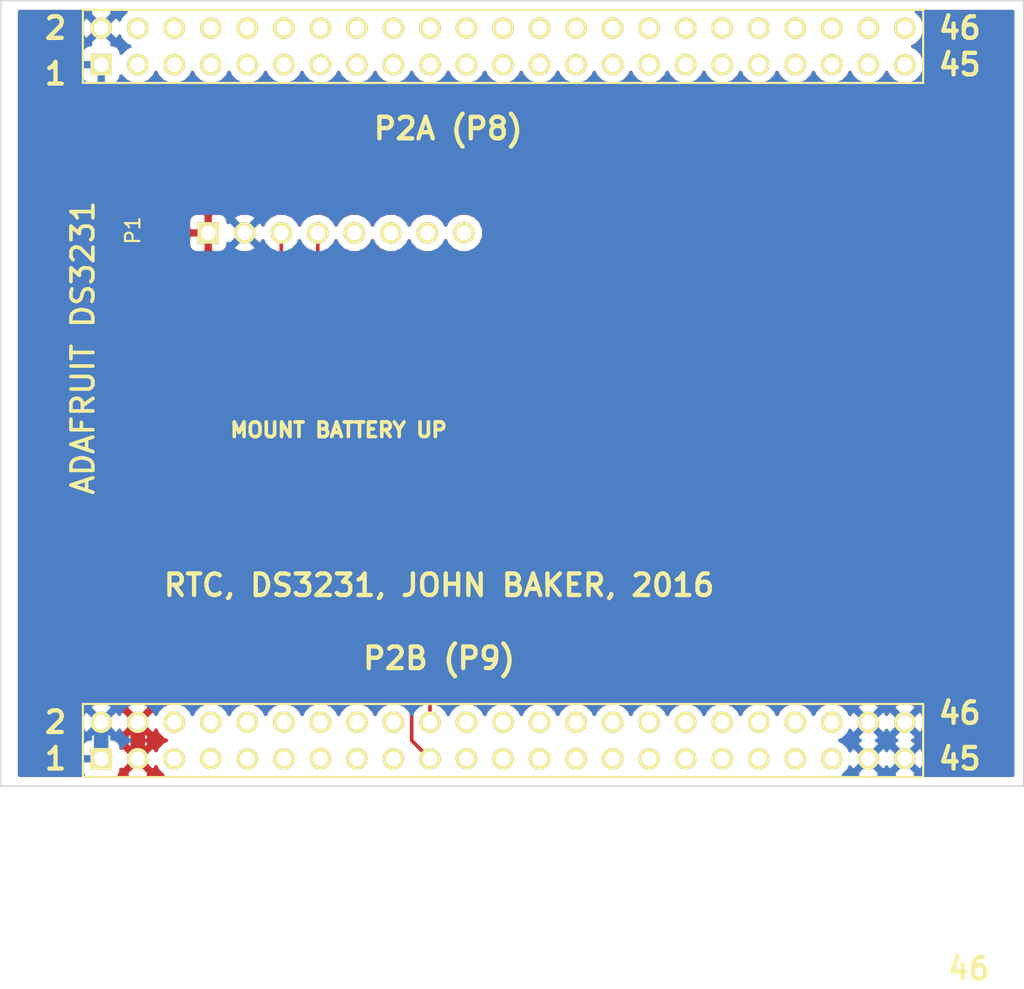
<source format=kicad_pcb>
(kicad_pcb (version 3) (host pcbnew "(2013-07-07 BZR 4022)-stable")

  (general
    (links 12)
    (no_connects 0)
    (area 185.369999 86.309999 256.590001 141.020001)
    (thickness 1.6)
    (drawings 23)
    (tracks 9)
    (zones 0)
    (modules 3)
    (nets 5)
  )

  (page A3)
  (layers
    (15 F.Cu signal)
    (0 B.Cu signal)
    (16 B.Adhes user)
    (17 F.Adhes user)
    (18 B.Paste user)
    (19 F.Paste user)
    (20 B.SilkS user)
    (21 F.SilkS user)
    (22 B.Mask user)
    (23 F.Mask user)
    (24 Dwgs.User user)
    (25 Cmts.User user)
    (26 Eco1.User user)
    (27 Eco2.User user)
    (28 Edge.Cuts user)
  )

  (setup
    (last_trace_width 1.016)
    (user_trace_width 0.254)
    (user_trace_width 1.016)
    (trace_clearance 0.254)
    (zone_clearance 0.508)
    (zone_45_only no)
    (trace_min 0.254)
    (segment_width 0.2)
    (edge_width 0.1)
    (via_size 0.889)
    (via_drill 0.635)
    (via_min_size 0.889)
    (via_min_drill 0.508)
    (uvia_size 0.508)
    (uvia_drill 0.127)
    (uvias_allowed no)
    (uvia_min_size 0.508)
    (uvia_min_drill 0.127)
    (pcb_text_width 0.3)
    (pcb_text_size 1.5 1.5)
    (mod_edge_width 0.15)
    (mod_text_size 1 1)
    (mod_text_width 0.15)
    (pad_size 1.5 1.5)
    (pad_drill 1.016)
    (pad_to_mask_clearance 0)
    (aux_axis_origin 0 0)
    (visible_elements 7FFFFFFF)
    (pcbplotparams
      (layerselection 3178497)
      (usegerberextensions true)
      (excludeedgelayer true)
      (linewidth 0.150000)
      (plotframeref false)
      (viasonmask false)
      (mode 1)
      (useauxorigin false)
      (hpglpennumber 1)
      (hpglpenspeed 20)
      (hpglpendiameter 15)
      (hpglpenoverlay 2)
      (psnegative false)
      (psa4output false)
      (plotreference true)
      (plotvalue true)
      (plotothertext true)
      (plotinvisibletext false)
      (padsonsilk false)
      (subtractmaskfromsilk false)
      (outputformat 1)
      (mirror false)
      (drillshape 1)
      (scaleselection 1)
      (outputdirectory ""))
  )

  (net 0 "")
  (net 1 +3.3V)
  (net 2 GND)
  (net 3 N-0000032)
  (net 4 N-0000087)

  (net_class Default "This is the default net class."
    (clearance 0.254)
    (trace_width 0.254)
    (via_dia 0.889)
    (via_drill 0.635)
    (uvia_dia 0.508)
    (uvia_drill 0.127)
    (add_net "")
    (add_net +3.3V)
    (add_net GND)
    (add_net N-0000032)
    (add_net N-0000087)
  )

  (net_class POWER ""
    (clearance 0.254)
    (trace_width 1.016)
    (via_dia 0.889)
    (via_drill 0.635)
    (uvia_dia 0.508)
    (uvia_drill 0.127)
  )

  (module conn_2x23 (layer F.Cu) (tedit 58324DA1) (tstamp 582CFBB9)
    (at 192.405 90.805 90)
    (path /582BDDD8)
    (fp_text reference P8 (at -3.175 5.715 180) (layer F.SilkS) hide
      (effects (font (size 1.27 1.27) (thickness 0.2032)))
    )
    (fp_text value CONN_23X2 (at -3.175 13.97 180) (layer F.SilkS) hide
      (effects (font (size 1 1) (thickness 0.15)))
    )
    (fp_line (start 3.81 57.15) (end 3.81 -1.27) (layer F.SilkS) (width 0.15))
    (fp_line (start 3.81 -1.27) (end -1.27 -1.27) (layer F.SilkS) (width 0.15))
    (fp_line (start -1.27 -1.27) (end -1.27 57.15) (layer F.SilkS) (width 0.15))
    (fp_line (start -1.27 57.15) (end 3.81 57.15) (layer F.SilkS) (width 0.15))
    (pad 1 thru_hole rect (at 0 0 90) (size 1.5 1.5) (drill 1.016)
      (layers *.Cu *.Mask F.SilkS)
      (net 2 GND)
    )
    (pad 2 thru_hole circle (at 2.54 0 90) (size 1.5 1.5) (drill 1.016)
      (layers *.Cu *.Mask F.SilkS)
      (net 2 GND)
    )
    (pad 3 thru_hole circle (at 0 2.54 90) (size 1.5 1.5) (drill 1.016)
      (layers *.Cu *.Mask F.SilkS)
    )
    (pad 4 thru_hole circle (at 2.54 2.54 90) (size 1.5 1.5) (drill 1.016)
      (layers *.Cu *.Mask F.SilkS)
    )
    (pad 5 thru_hole circle (at 0 5.08 90) (size 1.5 1.5) (drill 1.016)
      (layers *.Cu *.Mask F.SilkS)
    )
    (pad 6 thru_hole circle (at 2.54 5.08 90) (size 1.5 1.5) (drill 1.016)
      (layers *.Cu *.Mask F.SilkS)
    )
    (pad 7 thru_hole circle (at 0 7.62 90) (size 1.5 1.5) (drill 1.016)
      (layers *.Cu *.Mask F.SilkS)
    )
    (pad 8 thru_hole circle (at 2.54 7.62 90) (size 1.5 1.5) (drill 1.016)
      (layers *.Cu *.Mask F.SilkS)
    )
    (pad 9 thru_hole circle (at 0 10.16 90) (size 1.5 1.5) (drill 1.016)
      (layers *.Cu *.Mask F.SilkS)
    )
    (pad 10 thru_hole circle (at 2.54 10.16 90) (size 1.5 1.5) (drill 1.016)
      (layers *.Cu *.Mask F.SilkS)
    )
    (pad 11 thru_hole circle (at 0 12.7 90) (size 1.5 1.5) (drill 1.016)
      (layers *.Cu *.Mask F.SilkS)
    )
    (pad 12 thru_hole circle (at 2.54 12.7 90) (size 1.5 1.5) (drill 1.016)
      (layers *.Cu *.Mask F.SilkS)
    )
    (pad 13 thru_hole circle (at 0 15.24 90) (size 1.5 1.5) (drill 1.016)
      (layers *.Cu *.Mask F.SilkS)
    )
    (pad 14 thru_hole circle (at 2.54 15.24 90) (size 1.5 1.5) (drill 1.016)
      (layers *.Cu *.Mask F.SilkS)
    )
    (pad 15 thru_hole circle (at 0 17.78 90) (size 1.5 1.5) (drill 1.016)
      (layers *.Cu *.Mask F.SilkS)
    )
    (pad 16 thru_hole circle (at 2.54 17.78 90) (size 1.5 1.5) (drill 1.016)
      (layers *.Cu *.Mask F.SilkS)
    )
    (pad 17 thru_hole circle (at 0 20.32 90) (size 1.5 1.5) (drill 1.016)
      (layers *.Cu *.Mask F.SilkS)
    )
    (pad 18 thru_hole circle (at 2.54 20.32 90) (size 1.5 1.5) (drill 1.016)
      (layers *.Cu *.Mask F.SilkS)
    )
    (pad 19 thru_hole circle (at 0 22.86 90) (size 1.5 1.5) (drill 1.016)
      (layers *.Cu *.Mask F.SilkS)
    )
    (pad 20 thru_hole circle (at 2.54 22.86 90) (size 1.5 1.5) (drill 1.016)
      (layers *.Cu *.Mask F.SilkS)
    )
    (pad 21 thru_hole circle (at 0 25.4 90) (size 1.5 1.5) (drill 1.016)
      (layers *.Cu *.Mask F.SilkS)
    )
    (pad 22 thru_hole circle (at 2.54 25.4 90) (size 1.5 1.5) (drill 1.016)
      (layers *.Cu *.Mask F.SilkS)
    )
    (pad 23 thru_hole circle (at 0 27.94 90) (size 1.5 1.5) (drill 1.016)
      (layers *.Cu *.Mask F.SilkS)
    )
    (pad 24 thru_hole circle (at 2.54 27.94 90) (size 1.5 1.5) (drill 1.016)
      (layers *.Cu *.Mask F.SilkS)
    )
    (pad 25 thru_hole circle (at 0 30.48 90) (size 1.5 1.5) (drill 1.016)
      (layers *.Cu *.Mask F.SilkS)
    )
    (pad 26 thru_hole circle (at 2.54 30.48 90) (size 1.5 1.5) (drill 1.016)
      (layers *.Cu *.Mask F.SilkS)
    )
    (pad 27 thru_hole circle (at 0 33.02 90) (size 1.5 1.5) (drill 1.016)
      (layers *.Cu *.Mask F.SilkS)
    )
    (pad 28 thru_hole circle (at 2.54 33.02 90) (size 1.5 1.5) (drill 1.016)
      (layers *.Cu *.Mask F.SilkS)
    )
    (pad 29 thru_hole circle (at 0 35.56 90) (size 1.5 1.5) (drill 1.016)
      (layers *.Cu *.Mask F.SilkS)
    )
    (pad 30 thru_hole circle (at 2.54 35.56 90) (size 1.5 1.5) (drill 1.016)
      (layers *.Cu *.Mask F.SilkS)
    )
    (pad 31 thru_hole circle (at 0 38.1 90) (size 1.5 1.5) (drill 1.016)
      (layers *.Cu *.Mask F.SilkS)
    )
    (pad 32 thru_hole circle (at 2.54 38.1 90) (size 1.5 1.5) (drill 1.016)
      (layers *.Cu *.Mask F.SilkS)
    )
    (pad 33 thru_hole circle (at 0 40.64 90) (size 1.5 1.5) (drill 1.016)
      (layers *.Cu *.Mask F.SilkS)
    )
    (pad 34 thru_hole circle (at 2.54 40.64 90) (size 1.5 1.5) (drill 1.016)
      (layers *.Cu *.Mask F.SilkS)
    )
    (pad 35 thru_hole circle (at 0 43.18 90) (size 1.5 1.5) (drill 1.016)
      (layers *.Cu *.Mask F.SilkS)
    )
    (pad 36 thru_hole circle (at 2.54 43.18 90) (size 1.5 1.5) (drill 1.016)
      (layers *.Cu *.Mask F.SilkS)
    )
    (pad 37 thru_hole circle (at 0 45.72 90) (size 1.5 1.5) (drill 1.016)
      (layers *.Cu *.Mask F.SilkS)
    )
    (pad 38 thru_hole circle (at 2.54 45.72 90) (size 1.5 1.5) (drill 1.016)
      (layers *.Cu *.Mask F.SilkS)
    )
    (pad 39 thru_hole circle (at 0 48.26 90) (size 1.5 1.5) (drill 1.016)
      (layers *.Cu *.Mask F.SilkS)
    )
    (pad 40 thru_hole circle (at 2.54 48.26 90) (size 1.5 1.5) (drill 1.016)
      (layers *.Cu *.Mask F.SilkS)
    )
    (pad 41 thru_hole circle (at 0 50.8 90) (size 1.5 1.5) (drill 1.016)
      (layers *.Cu *.Mask F.SilkS)
    )
    (pad 42 thru_hole circle (at 2.54 50.8 90) (size 1.5 1.5) (drill 1.016)
      (layers *.Cu *.Mask F.SilkS)
    )
    (pad 43 thru_hole circle (at 0 53.34 90) (size 1.5 1.5) (drill 1.016)
      (layers *.Cu *.Mask F.SilkS)
    )
    (pad 44 thru_hole circle (at 2.54 53.34 90) (size 1.5 1.5) (drill 1.016)
      (layers *.Cu *.Mask F.SilkS)
    )
    (pad 45 thru_hole circle (at 0 55.88 90) (size 1.5 1.5) (drill 1.016)
      (layers *.Cu *.Mask F.SilkS)
    )
    (pad 46 thru_hole circle (at 2.54 55.88 90) (size 1.5 1.5) (drill 1.016)
      (layers *.Cu *.Mask F.SilkS)
    )
  )

  (module conn_2x23 (layer F.Cu) (tedit 58324E85) (tstamp 582CFBEF)
    (at 192.405 139.065 90)
    (path /582BDDE7)
    (fp_text reference P9 (at 5.715 7.62 180) (layer F.SilkS) hide
      (effects (font (size 1.27 1.27) (thickness 0.2032)))
    )
    (fp_text value CONN_23X2 (at 5.715 14.605 180) (layer F.SilkS) hide
      (effects (font (size 1 1) (thickness 0.15)))
    )
    (fp_line (start 3.81 57.15) (end 3.81 -1.27) (layer F.SilkS) (width 0.15))
    (fp_line (start 3.81 -1.27) (end -1.27 -1.27) (layer F.SilkS) (width 0.15))
    (fp_line (start -1.27 -1.27) (end -1.27 57.15) (layer F.SilkS) (width 0.15))
    (fp_line (start -1.27 57.15) (end 3.81 57.15) (layer F.SilkS) (width 0.15))
    (pad 1 thru_hole rect (at 0 0 90) (size 1.5 1.5) (drill 1.016)
      (layers *.Cu *.Mask F.SilkS)
      (net 2 GND)
    )
    (pad 2 thru_hole circle (at 2.54 0 90) (size 1.5 1.5) (drill 1.016)
      (layers *.Cu *.Mask F.SilkS)
      (net 2 GND)
    )
    (pad 3 thru_hole circle (at 0 2.54 90) (size 1.5 1.5) (drill 1.016)
      (layers *.Cu *.Mask F.SilkS)
      (net 1 +3.3V)
    )
    (pad 4 thru_hole circle (at 2.54 2.54 90) (size 1.5 1.5) (drill 1.016)
      (layers *.Cu *.Mask F.SilkS)
      (net 1 +3.3V)
    )
    (pad 5 thru_hole circle (at 0 5.08 90) (size 1.5 1.5) (drill 1.016)
      (layers *.Cu *.Mask F.SilkS)
    )
    (pad 6 thru_hole circle (at 2.54 5.08 90) (size 1.5 1.5) (drill 1.016)
      (layers *.Cu *.Mask F.SilkS)
    )
    (pad 7 thru_hole circle (at 0 7.62 90) (size 1.5 1.5) (drill 1.016)
      (layers *.Cu *.Mask F.SilkS)
    )
    (pad 8 thru_hole circle (at 2.54 7.62 90) (size 1.5 1.5) (drill 1.016)
      (layers *.Cu *.Mask F.SilkS)
    )
    (pad 9 thru_hole circle (at 0 10.16 90) (size 1.5 1.5) (drill 1.016)
      (layers *.Cu *.Mask F.SilkS)
    )
    (pad 10 thru_hole circle (at 2.54 10.16 90) (size 1.5 1.5) (drill 1.016)
      (layers *.Cu *.Mask F.SilkS)
    )
    (pad 11 thru_hole circle (at 0 12.7 90) (size 1.5 1.5) (drill 1.016)
      (layers *.Cu *.Mask F.SilkS)
    )
    (pad 12 thru_hole circle (at 2.54 12.7 90) (size 1.5 1.5) (drill 1.016)
      (layers *.Cu *.Mask F.SilkS)
    )
    (pad 13 thru_hole circle (at 0 15.24 90) (size 1.5 1.5) (drill 1.016)
      (layers *.Cu *.Mask F.SilkS)
    )
    (pad 14 thru_hole circle (at 2.54 15.24 90) (size 1.5 1.5) (drill 1.016)
      (layers *.Cu *.Mask F.SilkS)
    )
    (pad 15 thru_hole circle (at 0 17.78 90) (size 1.5 1.5) (drill 1.016)
      (layers *.Cu *.Mask F.SilkS)
    )
    (pad 16 thru_hole circle (at 2.54 17.78 90) (size 1.5 1.5) (drill 1.016)
      (layers *.Cu *.Mask F.SilkS)
    )
    (pad 17 thru_hole circle (at 0 20.32 90) (size 1.5 1.5) (drill 1.016)
      (layers *.Cu *.Mask F.SilkS)
    )
    (pad 18 thru_hole circle (at 2.54 20.32 90) (size 1.5 1.5) (drill 1.016)
      (layers *.Cu *.Mask F.SilkS)
    )
    (pad 19 thru_hole circle (at 0 22.86 90) (size 1.5 1.5) (drill 1.016)
      (layers *.Cu *.Mask F.SilkS)
      (net 4 N-0000087)
    )
    (pad 20 thru_hole circle (at 2.54 22.86 90) (size 1.5 1.5) (drill 1.016)
      (layers *.Cu *.Mask F.SilkS)
      (net 3 N-0000032)
    )
    (pad 21 thru_hole circle (at 0 25.4 90) (size 1.5 1.5) (drill 1.016)
      (layers *.Cu *.Mask F.SilkS)
    )
    (pad 22 thru_hole circle (at 2.54 25.4 90) (size 1.5 1.5) (drill 1.016)
      (layers *.Cu *.Mask F.SilkS)
    )
    (pad 23 thru_hole circle (at 0 27.94 90) (size 1.5 1.5) (drill 1.016)
      (layers *.Cu *.Mask F.SilkS)
    )
    (pad 24 thru_hole circle (at 2.54 27.94 90) (size 1.5 1.5) (drill 1.016)
      (layers *.Cu *.Mask F.SilkS)
    )
    (pad 25 thru_hole circle (at 0 30.48 90) (size 1.5 1.5) (drill 1.016)
      (layers *.Cu *.Mask F.SilkS)
    )
    (pad 26 thru_hole circle (at 2.54 30.48 90) (size 1.5 1.5) (drill 1.016)
      (layers *.Cu *.Mask F.SilkS)
    )
    (pad 27 thru_hole circle (at 0 33.02 90) (size 1.5 1.5) (drill 1.016)
      (layers *.Cu *.Mask F.SilkS)
    )
    (pad 28 thru_hole circle (at 2.54 33.02 90) (size 1.5 1.5) (drill 1.016)
      (layers *.Cu *.Mask F.SilkS)
    )
    (pad 29 thru_hole circle (at 0 35.56 90) (size 1.5 1.5) (drill 1.016)
      (layers *.Cu *.Mask F.SilkS)
    )
    (pad 30 thru_hole circle (at 2.54 35.56 90) (size 1.5 1.5) (drill 1.016)
      (layers *.Cu *.Mask F.SilkS)
    )
    (pad 31 thru_hole circle (at 0 38.1 90) (size 1.5 1.5) (drill 1.016)
      (layers *.Cu *.Mask F.SilkS)
    )
    (pad 32 thru_hole circle (at 2.54 38.1 90) (size 1.5 1.5) (drill 1.016)
      (layers *.Cu *.Mask F.SilkS)
    )
    (pad 33 thru_hole circle (at 0 40.64 90) (size 1.5 1.5) (drill 1.016)
      (layers *.Cu *.Mask F.SilkS)
    )
    (pad 34 thru_hole circle (at 2.54 40.64 90) (size 1.5 1.5) (drill 1.016)
      (layers *.Cu *.Mask F.SilkS)
    )
    (pad 35 thru_hole circle (at 0 43.18 90) (size 1.5 1.5) (drill 1.016)
      (layers *.Cu *.Mask F.SilkS)
    )
    (pad 36 thru_hole circle (at 2.54 43.18 90) (size 1.5 1.5) (drill 1.016)
      (layers *.Cu *.Mask F.SilkS)
    )
    (pad 37 thru_hole circle (at 0 45.72 90) (size 1.5 1.5) (drill 1.016)
      (layers *.Cu *.Mask F.SilkS)
    )
    (pad 38 thru_hole circle (at 2.54 45.72 90) (size 1.5 1.5) (drill 1.016)
      (layers *.Cu *.Mask F.SilkS)
    )
    (pad 39 thru_hole circle (at 0 48.26 90) (size 1.5 1.5) (drill 1.016)
      (layers *.Cu *.Mask F.SilkS)
    )
    (pad 40 thru_hole circle (at 2.54 48.26 90) (size 1.5 1.5) (drill 1.016)
      (layers *.Cu *.Mask F.SilkS)
    )
    (pad 41 thru_hole circle (at 0 50.8 90) (size 1.5 1.5) (drill 1.016)
      (layers *.Cu *.Mask F.SilkS)
    )
    (pad 42 thru_hole circle (at 2.54 50.8 90) (size 1.5 1.5) (drill 1.016)
      (layers *.Cu *.Mask F.SilkS)
    )
    (pad 43 thru_hole circle (at 0 53.34 90) (size 1.5 1.5) (drill 1.016)
      (layers *.Cu *.Mask F.SilkS)
      (net 2 GND)
    )
    (pad 44 thru_hole circle (at 2.54 53.34 90) (size 1.5 1.5) (drill 1.016)
      (layers *.Cu *.Mask F.SilkS)
      (net 2 GND)
    )
    (pad 45 thru_hole circle (at 0 55.88 90) (size 1.5 1.5) (drill 1.016)
      (layers *.Cu *.Mask F.SilkS)
      (net 2 GND)
    )
    (pad 46 thru_hole circle (at 2.54 55.88 90) (size 1.5 1.5) (drill 1.016)
      (layers *.Cu *.Mask F.SilkS)
      (net 2 GND)
    )
  )

  (module AdafruitDS3231 (layer F.Cu) (tedit 5832603E) (tstamp 582CFC67)
    (at 208.735 102.505 90)
    (path /582BCBC2)
    (fp_text reference P1 (at 0.18 -14.13 90) (layer F.SilkS)
      (effects (font (size 1 1) (thickness 0.15)))
    )
    (fp_text value "ADAFRUIT DS3231" (at -7.985 -17.6 90) (layer F.SilkS)
      (effects (font (size 1.524 1.524) (thickness 0.254)))
    )
    (pad 1 thru_hole rect (at 0 -8.89 90) (size 1.5 1.5) (drill 1.016)
      (layers *.Cu *.Mask F.SilkS)
      (net 1 +3.3V)
    )
    (pad 2 thru_hole circle (at 0 -6.35 90) (size 1.5 1.5) (drill 1.016)
      (layers *.Cu *.Mask F.SilkS)
      (net 2 GND)
    )
    (pad 3 thru_hole circle (at 0 -3.81 90) (size 1.5 1.5) (drill 1.016)
      (layers *.Cu *.Mask F.SilkS)
      (net 4 N-0000087)
    )
    (pad 4 thru_hole circle (at 0 -1.27 90) (size 1.5 1.5) (drill 1.016)
      (layers *.Cu *.Mask F.SilkS)
      (net 3 N-0000032)
    )
    (pad 5 thru_hole circle (at 0 1.27 90) (size 1.5 1.5) (drill 1.016)
      (layers *.Cu *.Mask F.SilkS)
    )
    (pad 6 thru_hole circle (at 0 3.81 90) (size 1.5 1.5) (drill 1.016)
      (layers *.Cu *.Mask F.SilkS)
    )
    (pad 7 thru_hole circle (at 0 6.35 90) (size 1.5 1.5) (drill 1.016)
      (layers *.Cu *.Mask F.SilkS)
    )
    (pad 8 thru_hole circle (at 0 8.89 90) (size 1.5 1.5) (drill 1.016)
      (layers *.Cu *.Mask F.SilkS)
    )
  )

  (gr_text 2 (at 189.23 136.525) (layer F.SilkS)
    (effects (font (size 1.5 1.5) (thickness 0.3)))
  )
  (gr_text 2 (at 189.23 88.265) (layer F.SilkS)
    (effects (font (size 1.5 1.5) (thickness 0.3)))
  )
  (gr_text 45 (at 252.095 90.805) (layer F.SilkS)
    (effects (font (size 1.5 1.5) (thickness 0.3)))
  )
  (gr_text 45 (at 252.095 139.065) (layer F.SilkS)
    (effects (font (size 1.5 1.5) (thickness 0.3)))
  )
  (gr_text 46 (at 252.095 88.265) (layer F.SilkS)
    (effects (font (size 1.5 1.5) (thickness 0.3)))
  )
  (gr_text "P2B (P9)" (at 215.9 132.08) (layer F.SilkS)
    (effects (font (size 1.5 1.5) (thickness 0.3)))
  )
  (gr_text "P2A (P8)" (at 216.535 95.25) (layer F.SilkS)
    (effects (font (size 1.5 1.5) (thickness 0.3)))
  )
  (gr_text "MOUNT BATTERY UP" (at 208.915 116.205) (layer F.SilkS)
    (effects (font (size 1.016 1.016) (thickness 0.254)))
  )
  (gr_text 46 (at 252.73 153.67) (layer F.SilkS)
    (effects (font (size 1.5 1.5) (thickness 0.3)))
  )
  (gr_text 1 (at 189.23 91.44) (layer F.SilkS)
    (effects (font (size 1.5 1.5) (thickness 0.3)))
  )
  (gr_text 46 (at 252.095 135.89) (layer F.SilkS)
    (effects (font (size 1.5 1.5) (thickness 0.3)))
  )
  (gr_text 1 (at 189.23 139.065) (layer F.SilkS)
    (effects (font (size 1.5 1.5) (thickness 0.3)))
  )
  (gr_text "RTC, DS3231, JOHN BAKER, 2016" (at 215.9 127) (layer F.SilkS)
    (effects (font (size 1.5 1.5) (thickness 0.3)))
  )
  (gr_line (start 185.42 86.36) (end 185.42 140.97) (angle 90) (layer Edge.Cuts) (width 0.1))
  (gr_line (start 256.54 86.36) (end 185.42 86.36) (angle 90) (layer Edge.Cuts) (width 0.1))
  (gr_line (start 256.54 140.97) (end 256.54 86.36) (angle 90) (layer Edge.Cuts) (width 0.1))
  (gr_line (start 185.42 140.97) (end 256.54 140.97) (angle 90) (layer Edge.Cuts) (width 0.1))
  (gr_line (start 196.635 126) (end 196.635 126.17) (angle 90) (layer Dwgs.User) (width 0.2))
  (gr_line (start 196.635 99.655) (end 196.995 99.655) (angle 90) (layer Dwgs.User) (width 0.2))
  (gr_line (start 196.635 120.275) (end 196.635 99.655) (angle 90) (layer Dwgs.User) (width 0.2))
  (gr_line (start 221.535 120.455) (end 196.645 120.455) (angle 90) (layer Dwgs.User) (width 0.2))
  (gr_line (start 221.535 99.655) (end 221.535 120.455) (angle 90) (layer Dwgs.User) (width 0.2))
  (gr_line (start 197.005 99.655) (end 221.535 99.655) (angle 90) (layer Dwgs.User) (width 0.2))

  (segment (start 194.945 136.525) (end 194.945 139.065) (width 1.016) (layer F.Cu) (net 1))
  (segment (start 192.405 136.525) (end 192.405 139.065) (width 1.016) (layer B.Cu) (net 2))
  (segment (start 207.465 102.505) (end 207.465 114.755) (width 0.254) (layer F.Cu) (net 3))
  (segment (start 215.265 122.555) (end 215.265 136.525) (width 0.254) (layer F.Cu) (net 3) (tstamp 583271D2))
  (segment (start 207.465 114.755) (end 215.265 122.555) (width 0.254) (layer F.Cu) (net 3) (tstamp 583271CC))
  (segment (start 204.925 102.505) (end 204.925 114.755) (width 0.254) (layer F.Cu) (net 4))
  (segment (start 213.995 137.795) (end 215.265 139.065) (width 0.254) (layer F.Cu) (net 4) (tstamp 583271DE))
  (segment (start 213.995 123.825) (end 213.995 137.795) (width 0.254) (layer F.Cu) (net 4) (tstamp 583271DB))
  (segment (start 204.925 114.755) (end 213.995 123.825) (width 0.254) (layer F.Cu) (net 4) (tstamp 583271D6))

  (zone (net 2) (net_name GND) (layer B.Cu) (tstamp 583272AE) (hatch edge 0.508)
    (connect_pads (clearance 0.508))
    (min_thickness 0.254)
    (fill (arc_segments 16) (thermal_gap 0.508) (thermal_bridge_width 0.508))
    (polygon
      (pts
        (xy 255.905 140.335) (xy 186.055 140.335) (xy 186.055 86.995) (xy 255.905 86.995)
      )
    )
    (filled_polygon
      (pts
        (xy 255.778 140.208) (xy 249.682198 140.208) (xy 249.682198 139.26983) (xy 249.682198 136.72983) (xy 249.654228 136.179554)
        (xy 249.497458 135.801078) (xy 249.256517 135.733088) (xy 249.076912 135.912693) (xy 249.076912 135.553483) (xy 249.008922 135.312542)
        (xy 248.48983 135.127802) (xy 247.939554 135.155772) (xy 247.561078 135.312542) (xy 247.493088 135.553483) (xy 248.285 136.345395)
        (xy 249.076912 135.553483) (xy 249.076912 135.912693) (xy 248.464605 136.525) (xy 249.256517 137.316912) (xy 249.497458 137.248922)
        (xy 249.682198 136.72983) (xy 249.682198 139.26983) (xy 249.654228 138.719554) (xy 249.497458 138.341078) (xy 249.256517 138.273088)
        (xy 249.076912 138.452693) (xy 249.076912 138.093483) (xy 249.008922 137.852542) (xy 248.859482 137.799357) (xy 249.008922 137.737458)
        (xy 249.076912 137.496517) (xy 248.285 136.704605) (xy 248.105395 136.88421) (xy 248.105395 136.525) (xy 247.313483 135.733088)
        (xy 247.072542 135.801078) (xy 247.019357 135.950517) (xy 246.957458 135.801078) (xy 246.716517 135.733088) (xy 246.536912 135.912693)
        (xy 246.536912 135.553483) (xy 246.468922 135.312542) (xy 245.94983 135.127802) (xy 245.399554 135.155772) (xy 245.021078 135.312542)
        (xy 244.953088 135.553483) (xy 245.745 136.345395) (xy 246.536912 135.553483) (xy 246.536912 135.912693) (xy 245.924605 136.525)
        (xy 246.716517 137.316912) (xy 246.957458 137.248922) (xy 247.010642 137.099482) (xy 247.072542 137.248922) (xy 247.313483 137.316912)
        (xy 248.105395 136.525) (xy 248.105395 136.88421) (xy 247.493088 137.496517) (xy 247.561078 137.737458) (xy 247.710517 137.790642)
        (xy 247.561078 137.852542) (xy 247.493088 138.093483) (xy 248.285 138.885395) (xy 249.076912 138.093483) (xy 249.076912 138.452693)
        (xy 248.464605 139.065) (xy 249.256517 139.856912) (xy 249.497458 139.788922) (xy 249.682198 139.26983) (xy 249.682198 140.208)
        (xy 249.028522 140.208) (xy 249.076912 140.036517) (xy 248.285 139.244605) (xy 248.105395 139.42421) (xy 248.105395 139.065)
        (xy 247.313483 138.273088) (xy 247.072542 138.341078) (xy 247.019357 138.490517) (xy 246.957458 138.341078) (xy 246.716517 138.273088)
        (xy 246.536912 138.452693) (xy 246.536912 138.093483) (xy 246.468922 137.852542) (xy 246.319482 137.799357) (xy 246.468922 137.737458)
        (xy 246.536912 137.496517) (xy 245.745 136.704605) (xy 244.953088 137.496517) (xy 245.021078 137.737458) (xy 245.170517 137.790642)
        (xy 245.021078 137.852542) (xy 244.953088 138.093483) (xy 245.745 138.885395) (xy 246.536912 138.093483) (xy 246.536912 138.452693)
        (xy 245.924605 139.065) (xy 246.716517 139.856912) (xy 246.957458 139.788922) (xy 247.010642 139.639482) (xy 247.072542 139.788922)
        (xy 247.313483 139.856912) (xy 248.105395 139.065) (xy 248.105395 139.42421) (xy 247.493088 140.036517) (xy 247.541477 140.208)
        (xy 246.488522 140.208) (xy 246.536912 140.036517) (xy 245.745 139.244605) (xy 244.953088 140.036517) (xy 245.001477 140.208)
        (xy 244.020399 140.208) (xy 244.378461 139.850563) (xy 244.468378 139.634017) (xy 244.532542 139.788922) (xy 244.773483 139.856912)
        (xy 245.565395 139.065) (xy 244.773483 138.273088) (xy 244.532542 138.341078) (xy 244.473269 138.507626) (xy 244.37983 138.281486)
        (xy 243.990563 137.891539) (xy 243.758127 137.795023) (xy 243.988514 137.69983) (xy 244.378461 137.310563) (xy 244.468378 137.094017)
        (xy 244.532542 137.248922) (xy 244.773483 137.316912) (xy 245.565395 136.525) (xy 244.773483 135.733088) (xy 244.532542 135.801078)
        (xy 244.473269 135.967626) (xy 244.37983 135.741486) (xy 243.990563 135.351539) (xy 243.481702 135.140242) (xy 242.930715 135.139761)
        (xy 242.421486 135.35017) (xy 242.031539 135.739437) (xy 241.935023 135.971872) (xy 241.83983 135.741486) (xy 241.450563 135.351539)
        (xy 240.941702 135.140242) (xy 240.390715 135.139761) (xy 239.881486 135.35017) (xy 239.491539 135.739437) (xy 239.395023 135.971872)
        (xy 239.29983 135.741486) (xy 238.910563 135.351539) (xy 238.401702 135.140242) (xy 237.850715 135.139761) (xy 237.341486 135.35017)
        (xy 236.951539 135.739437) (xy 236.855023 135.971872) (xy 236.75983 135.741486) (xy 236.370563 135.351539) (xy 235.861702 135.140242)
        (xy 235.310715 135.139761) (xy 234.801486 135.35017) (xy 234.411539 135.739437) (xy 234.315023 135.971872) (xy 234.21983 135.741486)
        (xy 233.830563 135.351539) (xy 233.321702 135.140242) (xy 232.770715 135.139761) (xy 232.261486 135.35017) (xy 231.871539 135.739437)
        (xy 231.775023 135.971872) (xy 231.67983 135.741486) (xy 231.290563 135.351539) (xy 230.781702 135.140242) (xy 230.230715 135.139761)
        (xy 229.721486 135.35017) (xy 229.331539 135.739437) (xy 229.235023 135.971872) (xy 229.13983 135.741486) (xy 228.750563 135.351539)
        (xy 228.241702 135.140242) (xy 227.690715 135.139761) (xy 227.181486 135.35017) (xy 226.791539 135.739437) (xy 226.695023 135.971872)
        (xy 226.59983 135.741486) (xy 226.210563 135.351539) (xy 225.701702 135.140242) (xy 225.150715 135.139761) (xy 224.641486 135.35017)
        (xy 224.251539 135.739437) (xy 224.155023 135.971872) (xy 224.05983 135.741486) (xy 223.670563 135.351539) (xy 223.161702 135.140242)
        (xy 222.610715 135.139761) (xy 222.101486 135.35017) (xy 221.711539 135.739437) (xy 221.615023 135.971872) (xy 221.51983 135.741486)
        (xy 221.130563 135.351539) (xy 220.621702 135.140242) (xy 220.070715 135.139761) (xy 219.561486 135.35017) (xy 219.171539 135.739437)
        (xy 219.075023 135.971872) (xy 219.010239 135.815081) (xy 219.010239 102.230715) (xy 218.79983 101.721486) (xy 218.410563 101.331539)
        (xy 217.901702 101.120242) (xy 217.350715 101.119761) (xy 216.841486 101.33017) (xy 216.451539 101.719437) (xy 216.355023 101.951872)
        (xy 216.25983 101.721486) (xy 215.870563 101.331539) (xy 215.361702 101.120242) (xy 214.810715 101.119761) (xy 214.301486 101.33017)
        (xy 213.911539 101.719437) (xy 213.815023 101.951872) (xy 213.71983 101.721486) (xy 213.330563 101.331539) (xy 212.821702 101.120242)
        (xy 212.270715 101.119761) (xy 211.761486 101.33017) (xy 211.371539 101.719437) (xy 211.275023 101.951872) (xy 211.17983 101.721486)
        (xy 210.790563 101.331539) (xy 210.281702 101.120242) (xy 209.730715 101.119761) (xy 209.221486 101.33017) (xy 208.831539 101.719437)
        (xy 208.735023 101.951872) (xy 208.63983 101.721486) (xy 208.250563 101.331539) (xy 207.741702 101.120242) (xy 207.190715 101.119761)
        (xy 206.681486 101.33017) (xy 206.291539 101.719437) (xy 206.195023 101.951872) (xy 206.09983 101.721486) (xy 205.710563 101.331539)
        (xy 205.201702 101.120242) (xy 204.650715 101.119761) (xy 204.141486 101.33017) (xy 203.751539 101.719437) (xy 203.661621 101.935982)
        (xy 203.597458 101.781078) (xy 203.356517 101.713088) (xy 203.176912 101.892693) (xy 203.176912 101.533483) (xy 203.108922 101.292542)
        (xy 202.58983 101.107802) (xy 202.039554 101.135772) (xy 201.661078 101.292542) (xy 201.593088 101.533483) (xy 202.385 102.325395)
        (xy 203.176912 101.533483) (xy 203.176912 101.892693) (xy 202.564605 102.505) (xy 203.356517 103.296912) (xy 203.597458 103.228922)
        (xy 203.65673 103.062373) (xy 203.75017 103.288514) (xy 204.139437 103.678461) (xy 204.648298 103.889758) (xy 205.199285 103.890239)
        (xy 205.708514 103.67983) (xy 206.098461 103.290563) (xy 206.194976 103.058127) (xy 206.29017 103.288514) (xy 206.679437 103.678461)
        (xy 207.188298 103.889758) (xy 207.739285 103.890239) (xy 208.248514 103.67983) (xy 208.638461 103.290563) (xy 208.734976 103.058127)
        (xy 208.83017 103.288514) (xy 209.219437 103.678461) (xy 209.728298 103.889758) (xy 210.279285 103.890239) (xy 210.788514 103.67983)
        (xy 211.178461 103.290563) (xy 211.274976 103.058127) (xy 211.37017 103.288514) (xy 211.759437 103.678461) (xy 212.268298 103.889758)
        (xy 212.819285 103.890239) (xy 213.328514 103.67983) (xy 213.718461 103.290563) (xy 213.814976 103.058127) (xy 213.91017 103.288514)
        (xy 214.299437 103.678461) (xy 214.808298 103.889758) (xy 215.359285 103.890239) (xy 215.868514 103.67983) (xy 216.258461 103.290563)
        (xy 216.354976 103.058127) (xy 216.45017 103.288514) (xy 216.839437 103.678461) (xy 217.348298 103.889758) (xy 217.899285 103.890239)
        (xy 218.408514 103.67983) (xy 218.798461 103.290563) (xy 219.009758 102.781702) (xy 219.010239 102.230715) (xy 219.010239 135.815081)
        (xy 218.97983 135.741486) (xy 218.590563 135.351539) (xy 218.081702 135.140242) (xy 217.530715 135.139761) (xy 217.021486 135.35017)
        (xy 216.631539 135.739437) (xy 216.535023 135.971872) (xy 216.43983 135.741486) (xy 216.050563 135.351539) (xy 215.541702 135.140242)
        (xy 214.990715 135.139761) (xy 214.481486 135.35017) (xy 214.091539 135.739437) (xy 213.995023 135.971872) (xy 213.89983 135.741486)
        (xy 213.510563 135.351539) (xy 213.001702 135.140242) (xy 212.450715 135.139761) (xy 211.941486 135.35017) (xy 211.551539 135.739437)
        (xy 211.455023 135.971872) (xy 211.35983 135.741486) (xy 210.970563 135.351539) (xy 210.461702 135.140242) (xy 209.910715 135.139761)
        (xy 209.401486 135.35017) (xy 209.011539 135.739437) (xy 208.915023 135.971872) (xy 208.81983 135.741486) (xy 208.430563 135.351539)
        (xy 207.921702 135.140242) (xy 207.370715 135.139761) (xy 206.861486 135.35017) (xy 206.471539 135.739437) (xy 206.375023 135.971872)
        (xy 206.27983 135.741486) (xy 205.890563 135.351539) (xy 205.381702 135.140242) (xy 204.830715 135.139761) (xy 204.321486 135.35017)
        (xy 203.931539 135.739437) (xy 203.835023 135.971872) (xy 203.73983 135.741486) (xy 203.350563 135.351539) (xy 203.176912 135.279432)
        (xy 203.176912 103.476517) (xy 202.385 102.684605) (xy 202.205395 102.86421) (xy 202.205395 102.505) (xy 201.413483 101.713088)
        (xy 201.23011 101.764833) (xy 201.23011 101.629245) (xy 201.133641 101.395771) (xy 200.955168 101.216987) (xy 200.721864 101.120111)
        (xy 200.469245 101.11989) (xy 198.969245 101.11989) (xy 198.735771 101.216359) (xy 198.556987 101.394832) (xy 198.460111 101.628136)
        (xy 198.45989 101.880755) (xy 198.45989 103.380755) (xy 198.556359 103.614229) (xy 198.734832 103.793013) (xy 198.968136 103.889889)
        (xy 199.220755 103.89011) (xy 200.720755 103.89011) (xy 200.954229 103.793641) (xy 201.133013 103.615168) (xy 201.229889 103.381864)
        (xy 201.230008 103.245138) (xy 201.413483 103.296912) (xy 202.205395 102.505) (xy 202.205395 102.86421) (xy 201.593088 103.476517)
        (xy 201.661078 103.717458) (xy 202.18017 103.902198) (xy 202.730446 103.874228) (xy 203.108922 103.717458) (xy 203.176912 103.476517)
        (xy 203.176912 135.279432) (xy 202.841702 135.140242) (xy 202.290715 135.139761) (xy 201.781486 135.35017) (xy 201.391539 135.739437)
        (xy 201.295023 135.971872) (xy 201.19983 135.741486) (xy 200.810563 135.351539) (xy 200.301702 135.140242) (xy 199.750715 135.139761)
        (xy 199.241486 135.35017) (xy 198.851539 135.739437) (xy 198.755023 135.971872) (xy 198.65983 135.741486) (xy 198.270563 135.351539)
        (xy 197.761702 135.140242) (xy 197.210715 135.139761) (xy 196.701486 135.35017) (xy 196.311539 135.739437) (xy 196.215023 135.971872)
        (xy 196.11983 135.741486) (xy 195.730563 135.351539) (xy 195.221702 135.140242) (xy 194.670715 135.139761) (xy 194.161486 135.35017)
        (xy 193.771539 135.739437) (xy 193.681621 135.955982) (xy 193.617458 135.801078) (xy 193.376517 135.733088) (xy 193.196912 135.912693)
        (xy 193.196912 135.553483) (xy 193.128922 135.312542) (xy 192.60983 135.127802) (xy 192.278 135.144668) (xy 192.278 92.03125)
        (xy 192.278 90.932) (xy 191.17875 90.932) (xy 191.02 91.09075) (xy 191.01989 91.680755) (xy 191.116359 91.914229)
        (xy 191.294832 92.093013) (xy 191.528136 92.189889) (xy 191.780755 92.19011) (xy 192.11925 92.19) (xy 192.278 92.03125)
        (xy 192.278 135.144668) (xy 192.059554 135.155772) (xy 191.681078 135.312542) (xy 191.613088 135.553483) (xy 192.405 136.345395)
        (xy 193.196912 135.553483) (xy 193.196912 135.912693) (xy 192.584605 136.525) (xy 193.376517 137.316912) (xy 193.617458 137.248922)
        (xy 193.67673 137.082373) (xy 193.77017 137.308514) (xy 194.159437 137.698461) (xy 194.391872 137.794976) (xy 194.161486 137.89017)
        (xy 193.790096 138.260911) (xy 193.79011 138.189245) (xy 193.693641 137.955771) (xy 193.515168 137.776987) (xy 193.281864 137.680111)
        (xy 193.145138 137.679991) (xy 193.196912 137.496517) (xy 192.405 136.704605) (xy 192.225395 136.88421) (xy 192.225395 136.525)
        (xy 191.433483 135.733088) (xy 191.192542 135.801078) (xy 191.007802 136.32017) (xy 191.035772 136.870446) (xy 191.192542 137.248922)
        (xy 191.433483 137.316912) (xy 192.225395 136.525) (xy 192.225395 136.88421) (xy 191.613088 137.496517) (xy 191.664861 137.679991)
        (xy 191.528136 137.680111) (xy 191.294832 137.776987) (xy 191.116359 137.955771) (xy 191.01989 138.189245) (xy 191.02 138.77925)
        (xy 191.17875 138.938) (xy 192.278 138.938) (xy 192.278 138.918) (xy 192.532 138.918) (xy 192.532 138.938)
        (xy 192.552 138.938) (xy 192.552 139.192) (xy 192.532 139.192) (xy 192.532 139.212) (xy 192.278 139.212)
        (xy 192.278 139.192) (xy 191.17875 139.192) (xy 191.02 139.35075) (xy 191.01989 139.940755) (xy 191.116359 140.174229)
        (xy 191.150071 140.208) (xy 186.74 140.208) (xy 186.74 87.122) (xy 191.661477 87.122) (xy 191.613088 87.293483)
        (xy 192.405 88.085395) (xy 193.196912 87.293483) (xy 193.148522 87.122) (xy 194.1296 87.122) (xy 193.771539 87.479437)
        (xy 193.681621 87.695982) (xy 193.617458 87.541078) (xy 193.376517 87.473088) (xy 192.584605 88.265) (xy 193.376517 89.056912)
        (xy 193.617458 88.988922) (xy 193.67673 88.822373) (xy 193.77017 89.048514) (xy 194.159437 89.438461) (xy 194.391872 89.534976)
        (xy 194.161486 89.63017) (xy 193.790096 90.000911) (xy 193.79011 89.929245) (xy 193.693641 89.695771) (xy 193.515168 89.516987)
        (xy 193.281864 89.420111) (xy 193.145138 89.419991) (xy 193.196912 89.236517) (xy 192.405 88.444605) (xy 192.225395 88.62421)
        (xy 192.225395 88.265) (xy 191.433483 87.473088) (xy 191.192542 87.541078) (xy 191.007802 88.06017) (xy 191.035772 88.610446)
        (xy 191.192542 88.988922) (xy 191.433483 89.056912) (xy 192.225395 88.265) (xy 192.225395 88.62421) (xy 191.613088 89.236517)
        (xy 191.664861 89.419991) (xy 191.528136 89.420111) (xy 191.294832 89.516987) (xy 191.116359 89.695771) (xy 191.01989 89.929245)
        (xy 191.02 90.51925) (xy 191.17875 90.678) (xy 192.278 90.678) (xy 192.278 90.658) (xy 192.532 90.658)
        (xy 192.532 90.678) (xy 192.552 90.678) (xy 192.552 90.932) (xy 192.532 90.932) (xy 192.532 92.03125)
        (xy 192.69075 92.19) (xy 193.029245 92.19011) (xy 193.281864 92.189889) (xy 193.515168 92.093013) (xy 193.693641 91.914229)
        (xy 193.79011 91.680755) (xy 193.790096 91.608475) (xy 194.159437 91.978461) (xy 194.668298 92.189758) (xy 195.219285 92.190239)
        (xy 195.728514 91.97983) (xy 196.118461 91.590563) (xy 196.214976 91.358127) (xy 196.31017 91.588514) (xy 196.699437 91.978461)
        (xy 197.208298 92.189758) (xy 197.759285 92.190239) (xy 198.268514 91.97983) (xy 198.658461 91.590563) (xy 198.754976 91.358127)
        (xy 198.85017 91.588514) (xy 199.239437 91.978461) (xy 199.748298 92.189758) (xy 200.299285 92.190239) (xy 200.808514 91.97983)
        (xy 201.198461 91.590563) (xy 201.294976 91.358127) (xy 201.39017 91.588514) (xy 201.779437 91.978461) (xy 202.288298 92.189758)
        (xy 202.839285 92.190239) (xy 203.348514 91.97983) (xy 203.738461 91.590563) (xy 203.834976 91.358127) (xy 203.93017 91.588514)
        (xy 204.319437 91.978461) (xy 204.828298 92.189758) (xy 205.379285 92.190239) (xy 205.888514 91.97983) (xy 206.278461 91.590563)
        (xy 206.374976 91.358127) (xy 206.47017 91.588514) (xy 206.859437 91.978461) (xy 207.368298 92.189758) (xy 207.919285 92.190239)
        (xy 208.428514 91.97983) (xy 208.818461 91.590563) (xy 208.914976 91.358127) (xy 209.01017 91.588514) (xy 209.399437 91.978461)
        (xy 209.908298 92.189758) (xy 210.459285 92.190239) (xy 210.968514 91.97983) (xy 211.358461 91.590563) (xy 211.454976 91.358127)
        (xy 211.55017 91.588514) (xy 211.939437 91.978461) (xy 212.448298 92.189758) (xy 212.999285 92.190239) (xy 213.508514 91.97983)
        (xy 213.898461 91.590563) (xy 213.994976 91.358127) (xy 214.09017 91.588514) (xy 214.479437 91.978461) (xy 214.988298 92.189758)
        (xy 215.539285 92.190239) (xy 216.048514 91.97983) (xy 216.438461 91.590563) (xy 216.534976 91.358127) (xy 216.63017 91.588514)
        (xy 217.019437 91.978461) (xy 217.528298 92.189758) (xy 218.079285 92.190239) (xy 218.588514 91.97983) (xy 218.978461 91.590563)
        (xy 219.074976 91.358127) (xy 219.17017 91.588514) (xy 219.559437 91.978461) (xy 220.068298 92.189758) (xy 220.619285 92.190239)
        (xy 221.128514 91.97983) (xy 221.518461 91.590563) (xy 221.614976 91.358127) (xy 221.71017 91.588514) (xy 222.099437 91.978461)
        (xy 222.608298 92.189758) (xy 223.159285 92.190239) (xy 223.668514 91.97983) (xy 224.058461 91.590563) (xy 224.154976 91.358127)
        (xy 224.25017 91.588514) (xy 224.639437 91.978461) (xy 225.148298 92.189758) (xy 225.699285 92.190239) (xy 226.208514 91.97983)
        (xy 226.598461 91.590563) (xy 226.694976 91.358127) (xy 226.79017 91.588514) (xy 227.179437 91.978461) (xy 227.688298 92.189758)
        (xy 228.239285 92.190239) (xy 228.748514 91.97983) (xy 229.138461 91.590563) (xy 229.234976 91.358127) (xy 229.33017 91.588514)
        (xy 229.719437 91.978461) (xy 230.228298 92.189758) (xy 230.779285 92.190239) (xy 231.288514 91.97983) (xy 231.678461 91.590563)
        (xy 231.774976 91.358127) (xy 231.87017 91.588514) (xy 232.259437 91.978461) (xy 232.768298 92.189758) (xy 233.319285 92.190239)
        (xy 233.828514 91.97983) (xy 234.218461 91.590563) (xy 234.314976 91.358127) (xy 234.41017 91.588514) (xy 234.799437 91.978461)
        (xy 235.308298 92.189758) (xy 235.859285 92.190239) (xy 236.368514 91.97983) (xy 236.758461 91.590563) (xy 236.854976 91.358127)
        (xy 236.95017 91.588514) (xy 237.339437 91.978461) (xy 237.848298 92.189758) (xy 238.399285 92.190239) (xy 238.908514 91.97983)
        (xy 239.298461 91.590563) (xy 239.394976 91.358127) (xy 239.49017 91.588514) (xy 239.879437 91.978461) (xy 240.388298 92.189758)
        (xy 240.939285 92.190239) (xy 241.448514 91.97983) (xy 241.838461 91.590563) (xy 241.934976 91.358127) (xy 242.03017 91.588514)
        (xy 242.419437 91.978461) (xy 242.928298 92.189758) (xy 243.479285 92.190239) (xy 243.988514 91.97983) (xy 244.378461 91.590563)
        (xy 244.474976 91.358127) (xy 244.57017 91.588514) (xy 244.959437 91.978461) (xy 245.468298 92.189758) (xy 246.019285 92.190239)
        (xy 246.528514 91.97983) (xy 246.918461 91.590563) (xy 247.014976 91.358127) (xy 247.11017 91.588514) (xy 247.499437 91.978461)
        (xy 248.008298 92.189758) (xy 248.559285 92.190239) (xy 249.068514 91.97983) (xy 249.458461 91.590563) (xy 249.669758 91.081702)
        (xy 249.670239 90.530715) (xy 249.45983 90.021486) (xy 249.070563 89.631539) (xy 248.838127 89.535023) (xy 249.068514 89.43983)
        (xy 249.458461 89.050563) (xy 249.669758 88.541702) (xy 249.670239 87.990715) (xy 249.45983 87.481486) (xy 249.10097 87.122)
        (xy 255.778 87.122) (xy 255.778 140.208)
      )
    )
  )
  (zone (net 1) (net_name +3.3V) (layer F.Cu) (tstamp 58333132) (hatch edge 0.508)
    (connect_pads (clearance 0.508))
    (min_thickness 0.254)
    (fill (arc_segments 16) (thermal_gap 0.508) (thermal_bridge_width 0.508))
    (polygon
      (pts
        (xy 255.905 140.335) (xy 186.055 140.335) (xy 186.055 86.995) (xy 255.905 86.995)
      )
    )
    (filled_polygon
      (pts
        (xy 255.778 140.208) (xy 249.100399 140.208) (xy 249.458461 139.850563) (xy 249.669758 139.341702) (xy 249.670239 138.790715)
        (xy 249.45983 138.281486) (xy 249.070563 137.891539) (xy 248.838127 137.795023) (xy 249.068514 137.69983) (xy 249.458461 137.310563)
        (xy 249.669758 136.801702) (xy 249.670239 136.250715) (xy 249.45983 135.741486) (xy 249.070563 135.351539) (xy 248.561702 135.140242)
        (xy 248.010715 135.139761) (xy 247.501486 135.35017) (xy 247.111539 135.739437) (xy 247.015023 135.971872) (xy 246.91983 135.741486)
        (xy 246.530563 135.351539) (xy 246.021702 135.140242) (xy 245.470715 135.139761) (xy 244.961486 135.35017) (xy 244.571539 135.739437)
        (xy 244.475023 135.971872) (xy 244.37983 135.741486) (xy 243.990563 135.351539) (xy 243.481702 135.140242) (xy 242.930715 135.139761)
        (xy 242.421486 135.35017) (xy 242.031539 135.739437) (xy 241.935023 135.971872) (xy 241.83983 135.741486) (xy 241.450563 135.351539)
        (xy 240.941702 135.140242) (xy 240.390715 135.139761) (xy 239.881486 135.35017) (xy 239.491539 135.739437) (xy 239.395023 135.971872)
        (xy 239.29983 135.741486) (xy 238.910563 135.351539) (xy 238.401702 135.140242) (xy 237.850715 135.139761) (xy 237.341486 135.35017)
        (xy 236.951539 135.739437) (xy 236.855023 135.971872) (xy 236.75983 135.741486) (xy 236.370563 135.351539) (xy 235.861702 135.140242)
        (xy 235.310715 135.139761) (xy 234.801486 135.35017) (xy 234.411539 135.739437) (xy 234.315023 135.971872) (xy 234.21983 135.741486)
        (xy 233.830563 135.351539) (xy 233.321702 135.140242) (xy 232.770715 135.139761) (xy 232.261486 135.35017) (xy 231.871539 135.739437)
        (xy 231.775023 135.971872) (xy 231.67983 135.741486) (xy 231.290563 135.351539) (xy 230.781702 135.140242) (xy 230.230715 135.139761)
        (xy 229.721486 135.35017) (xy 229.331539 135.739437) (xy 229.235023 135.971872) (xy 229.13983 135.741486) (xy 228.750563 135.351539)
        (xy 228.241702 135.140242) (xy 227.690715 135.139761) (xy 227.181486 135.35017) (xy 226.791539 135.739437) (xy 226.695023 135.971872)
        (xy 226.59983 135.741486) (xy 226.210563 135.351539) (xy 225.701702 135.140242) (xy 225.150715 135.139761) (xy 224.641486 135.35017)
        (xy 224.251539 135.739437) (xy 224.155023 135.971872) (xy 224.05983 135.741486) (xy 223.670563 135.351539) (xy 223.161702 135.140242)
        (xy 222.610715 135.139761) (xy 222.101486 135.35017) (xy 221.711539 135.739437) (xy 221.615023 135.971872) (xy 221.51983 135.741486)
        (xy 221.130563 135.351539) (xy 220.621702 135.140242) (xy 220.070715 135.139761) (xy 219.561486 135.35017) (xy 219.171539 135.739437)
        (xy 219.075023 135.971872) (xy 218.97983 135.741486) (xy 218.590563 135.351539) (xy 218.081702 135.140242) (xy 217.530715 135.139761)
        (xy 217.021486 135.35017) (xy 216.631539 135.739437) (xy 216.535023 135.971872) (xy 216.43983 135.741486) (xy 216.050563 135.351539)
        (xy 216.027 135.341754) (xy 216.027 122.555) (xy 216.026999 122.554999) (xy 215.968996 122.263395) (xy 215.803815 122.016185)
        (xy 215.803815 122.016184) (xy 208.227 114.439369) (xy 208.227 103.688719) (xy 208.248514 103.67983) (xy 208.638461 103.290563)
        (xy 208.734976 103.058127) (xy 208.83017 103.288514) (xy 209.219437 103.678461) (xy 209.728298 103.889758) (xy 210.279285 103.890239)
        (xy 210.788514 103.67983) (xy 211.178461 103.290563) (xy 211.274976 103.058127) (xy 211.37017 103.288514) (xy 211.759437 103.678461)
        (xy 212.268298 103.889758) (xy 212.819285 103.890239) (xy 213.328514 103.67983) (xy 213.718461 103.290563) (xy 213.814976 103.058127)
        (xy 213.91017 103.288514) (xy 214.299437 103.678461) (xy 214.808298 103.889758) (xy 215.359285 103.890239) (xy 215.868514 103.67983)
        (xy 216.258461 103.290563) (xy 216.354976 103.058127) (xy 216.45017 103.288514) (xy 216.839437 103.678461) (xy 217.348298 103.889758)
        (xy 217.899285 103.890239) (xy 218.408514 103.67983) (xy 218.798461 103.290563) (xy 219.009758 102.781702) (xy 219.010239 102.230715)
        (xy 218.79983 101.721486) (xy 218.410563 101.331539) (xy 217.901702 101.120242) (xy 217.350715 101.119761) (xy 216.841486 101.33017)
        (xy 216.451539 101.719437) (xy 216.355023 101.951872) (xy 216.25983 101.721486) (xy 215.870563 101.331539) (xy 215.361702 101.120242)
        (xy 214.810715 101.119761) (xy 214.301486 101.33017) (xy 213.911539 101.719437) (xy 213.815023 101.951872) (xy 213.71983 101.721486)
        (xy 213.330563 101.331539) (xy 212.821702 101.120242) (xy 212.270715 101.119761) (xy 211.761486 101.33017) (xy 211.371539 101.719437)
        (xy 211.275023 101.951872) (xy 211.17983 101.721486) (xy 210.790563 101.331539) (xy 210.281702 101.120242) (xy 209.730715 101.119761)
        (xy 209.221486 101.33017) (xy 208.831539 101.719437) (xy 208.735023 101.951872) (xy 208.63983 101.721486) (xy 208.250563 101.331539)
        (xy 207.741702 101.120242) (xy 207.190715 101.119761) (xy 206.681486 101.33017) (xy 206.291539 101.719437) (xy 206.195023 101.951872)
        (xy 206.09983 101.721486) (xy 205.710563 101.331539) (xy 205.201702 101.120242) (xy 204.650715 101.119761) (xy 204.141486 101.33017)
        (xy 203.751539 101.719437) (xy 203.655023 101.951872) (xy 203.55983 101.721486) (xy 203.170563 101.331539) (xy 202.661702 101.120242)
        (xy 202.110715 101.119761) (xy 201.601486 101.33017) (xy 201.230096 101.700911) (xy 201.23011 101.629245) (xy 201.133641 101.395771)
        (xy 200.955168 101.216987) (xy 200.721864 101.120111) (xy 200.469245 101.11989) (xy 200.13075 101.12) (xy 199.972 101.27875)
        (xy 199.972 102.378) (xy 199.992 102.378) (xy 199.992 102.632) (xy 199.972 102.632) (xy 199.972 103.73125)
        (xy 200.13075 103.89) (xy 200.469245 103.89011) (xy 200.721864 103.889889) (xy 200.955168 103.793013) (xy 201.133641 103.614229)
        (xy 201.23011 103.380755) (xy 201.230096 103.308475) (xy 201.599437 103.678461) (xy 202.108298 103.889758) (xy 202.659285 103.890239)
        (xy 203.168514 103.67983) (xy 203.558461 103.290563) (xy 203.654976 103.058127) (xy 203.75017 103.288514) (xy 204.139437 103.678461)
        (xy 204.163 103.688245) (xy 204.163 114.755) (xy 204.221004 115.046605) (xy 204.386185 115.293815) (xy 213.233 124.14063)
        (xy 213.233 135.236285) (xy 213.001702 135.140242) (xy 212.450715 135.139761) (xy 211.941486 135.35017) (xy 211.551539 135.739437)
        (xy 211.455023 135.971872) (xy 211.35983 135.741486) (xy 210.970563 135.351539) (xy 210.461702 135.140242) (xy 209.910715 135.139761)
        (xy 209.401486 135.35017) (xy 209.011539 135.739437) (xy 208.915023 135.971872) (xy 208.81983 135.741486) (xy 208.430563 135.351539)
        (xy 207.921702 135.140242) (xy 207.370715 135.139761) (xy 206.861486 135.35017) (xy 206.471539 135.739437) (xy 206.375023 135.971872)
        (xy 206.27983 135.741486) (xy 205.890563 135.351539) (xy 205.381702 135.140242) (xy 204.830715 135.139761) (xy 204.321486 135.35017)
        (xy 203.931539 135.739437) (xy 203.835023 135.971872) (xy 203.73983 135.741486) (xy 203.350563 135.351539) (xy 202.841702 135.140242)
        (xy 202.290715 135.139761) (xy 201.781486 135.35017) (xy 201.391539 135.739437) (xy 201.295023 135.971872) (xy 201.19983 135.741486)
        (xy 200.810563 135.351539) (xy 200.301702 135.140242) (xy 199.750715 135.139761) (xy 199.718 135.153278) (xy 199.718 103.73125)
        (xy 199.718 102.632) (xy 199.718 102.378) (xy 199.718 101.27875) (xy 199.55925 101.12) (xy 199.220755 101.11989)
        (xy 198.968136 101.120111) (xy 198.734832 101.216987) (xy 198.556359 101.395771) (xy 198.45989 101.629245) (xy 198.46 102.21925)
        (xy 198.61875 102.378) (xy 199.718 102.378) (xy 199.718 102.632) (xy 198.61875 102.632) (xy 198.46 102.79075)
        (xy 198.45989 103.380755) (xy 198.556359 103.614229) (xy 198.734832 103.793013) (xy 198.968136 103.889889) (xy 199.220755 103.89011)
        (xy 199.55925 103.89) (xy 199.718 103.73125) (xy 199.718 135.153278) (xy 199.241486 135.35017) (xy 198.851539 135.739437)
        (xy 198.755023 135.971872) (xy 198.65983 135.741486) (xy 198.270563 135.351539) (xy 197.761702 135.140242) (xy 197.210715 135.139761)
        (xy 196.701486 135.35017) (xy 196.311539 135.739437) (xy 196.221621 135.955982) (xy 196.157458 135.801078) (xy 195.916517 135.733088)
        (xy 195.736912 135.912693) (xy 195.736912 135.553483) (xy 195.668922 135.312542) (xy 195.14983 135.127802) (xy 194.599554 135.155772)
        (xy 194.221078 135.312542) (xy 194.153088 135.553483) (xy 194.945 136.345395) (xy 195.736912 135.553483) (xy 195.736912 135.912693)
        (xy 195.124605 136.525) (xy 195.916517 137.316912) (xy 196.157458 137.248922) (xy 196.21673 137.082373) (xy 196.31017 137.308514)
        (xy 196.699437 137.698461) (xy 196.931872 137.794976) (xy 196.701486 137.89017) (xy 196.311539 138.279437) (xy 196.221621 138.495982)
        (xy 196.157458 138.341078) (xy 195.916517 138.273088) (xy 195.736912 138.452693) (xy 195.736912 138.093483) (xy 195.668922 137.852542)
        (xy 195.519482 137.799357) (xy 195.668922 137.737458) (xy 195.736912 137.496517) (xy 194.945 136.704605) (xy 194.153088 137.496517)
        (xy 194.221078 137.737458) (xy 194.370517 137.790642) (xy 194.221078 137.852542) (xy 194.153088 138.093483) (xy 194.945 138.885395)
        (xy 195.736912 138.093483) (xy 195.736912 138.452693) (xy 195.124605 139.065) (xy 195.916517 139.856912) (xy 196.157458 139.788922)
        (xy 196.21673 139.622373) (xy 196.31017 139.848514) (xy 196.669029 140.208) (xy 195.688522 140.208) (xy 195.736912 140.036517)
        (xy 194.945 139.244605) (xy 194.153088 140.036517) (xy 194.201477 140.208) (xy 193.660123 140.208) (xy 193.693013 140.175168)
        (xy 193.789889 139.941864) (xy 193.790008 139.805138) (xy 193.973483 139.856912) (xy 194.765395 139.065) (xy 193.973483 138.273088)
        (xy 193.79011 138.324833) (xy 193.79011 138.189245) (xy 193.693641 137.955771) (xy 193.515168 137.776987) (xy 193.281864 137.680111)
        (xy 193.208331 137.680046) (xy 193.578461 137.310563) (xy 193.668378 137.094017) (xy 193.732542 137.248922) (xy 193.973483 137.316912)
        (xy 194.765395 136.525) (xy 193.973483 135.733088) (xy 193.732542 135.801078) (xy 193.673269 135.967626) (xy 193.57983 135.741486)
        (xy 193.190563 135.351539) (xy 192.681702 135.140242) (xy 192.130715 135.139761) (xy 191.621486 135.35017) (xy 191.231539 135.739437)
        (xy 191.020242 136.248298) (xy 191.019761 136.799285) (xy 191.23017 137.308514) (xy 191.600898 137.67989) (xy 191.529245 137.67989)
        (xy 191.295771 137.776359) (xy 191.116987 137.954832) (xy 191.020111 138.188136) (xy 191.01989 138.440755) (xy 191.01989 139.940755)
        (xy 191.116359 140.174229) (xy 191.150071 140.208) (xy 186.74 140.208) (xy 186.74 87.122) (xy 191.5896 87.122)
        (xy 191.231539 87.479437) (xy 191.020242 87.988298) (xy 191.019761 88.539285) (xy 191.23017 89.048514) (xy 191.600898 89.41989)
        (xy 191.529245 89.41989) (xy 191.295771 89.516359) (xy 191.116987 89.694832) (xy 191.020111 89.928136) (xy 191.01989 90.180755)
        (xy 191.01989 91.680755) (xy 191.116359 91.914229) (xy 191.294832 92.093013) (xy 191.528136 92.189889) (xy 191.780755 92.19011)
        (xy 193.280755 92.19011) (xy 193.514229 92.093641) (xy 193.693013 91.915168) (xy 193.789889 91.681864) (xy 193.789953 91.608331)
        (xy 194.159437 91.978461) (xy 194.668298 92.189758) (xy 195.219285 92.190239) (xy 195.728514 91.97983) (xy 196.118461 91.590563)
        (xy 196.214976 91.358127) (xy 196.31017 91.588514) (xy 196.699437 91.978461) (xy 197.208298 92.189758) (xy 197.759285 92.190239)
        (xy 198.268514 91.97983) (xy 198.658461 91.590563) (xy 198.754976 91.358127) (xy 198.85017 91.588514) (xy 199.239437 91.978461)
        (xy 199.748298 92.189758) (xy 200.299285 92.190239) (xy 200.808514 91.97983) (xy 201.198461 91.590563) (xy 201.294976 91.358127)
        (xy 201.39017 91.588514) (xy 201.779437 91.978461) (xy 202.288298 92.189758) (xy 202.839285 92.190239) (xy 203.348514 91.97983)
        (xy 203.738461 91.590563) (xy 203.834976 91.358127) (xy 203.93017 91.588514) (xy 204.319437 91.978461) (xy 204.828298 92.189758)
        (xy 205.379285 92.190239) (xy 205.888514 91.97983) (xy 206.278461 91.590563) (xy 206.374976 91.358127) (xy 206.47017 91.588514)
        (xy 206.859437 91.978461) (xy 207.368298 92.189758) (xy 207.919285 92.190239) (xy 208.428514 91.97983) (xy 208.818461 91.590563)
        (xy 208.914976 91.358127) (xy 209.01017 91.588514) (xy 209.399437 91.978461) (xy 209.908298 92.189758) (xy 210.459285 92.190239)
        (xy 210.968514 91.97983) (xy 211.358461 91.590563) (xy 211.454976 91.358127) (xy 211.55017 91.588514) (xy 211.939437 91.978461)
        (xy 212.448298 92.189758) (xy 212.999285 92.190239) (xy 213.508514 91.97983) (xy 213.898461 91.590563) (xy 213.994976 91.358127)
        (xy 214.09017 91.588514) (xy 214.479437 91.978461) (xy 214.988298 92.189758) (xy 215.539285 92.190239) (xy 216.048514 91.97983)
        (xy 216.438461 91.590563) (xy 216.534976 91.358127) (xy 216.63017 91.588514) (xy 217.019437 91.978461) (xy 217.528298 92.189758)
        (xy 218.079285 92.190239) (xy 218.588514 91.97983) (xy 218.978461 91.590563) (xy 219.074976 91.358127) (xy 219.17017 91.588514)
        (xy 219.559437 91.978461) (xy 220.068298 92.189758) (xy 220.619285 92.190239) (xy 221.128514 91.97983) (xy 221.518461 91.590563)
        (xy 221.614976 91.358127) (xy 221.71017 91.588514) (xy 222.099437 91.978461) (xy 222.608298 92.189758) (xy 223.159285 92.190239)
        (xy 223.668514 91.97983) (xy 224.058461 91.590563) (xy 224.154976 91.358127) (xy 224.25017 91.588514) (xy 224.639437 91.978461)
        (xy 225.148298 92.189758) (xy 225.699285 92.190239) (xy 226.208514 91.97983) (xy 226.598461 91.590563) (xy 226.694976 91.358127)
        (xy 226.79017 91.588514) (xy 227.179437 91.978461) (xy 227.688298 92.189758) (xy 228.239285 92.190239) (xy 228.748514 91.97983)
        (xy 229.138461 91.590563) (xy 229.234976 91.358127) (xy 229.33017 91.588514) (xy 229.719437 91.978461) (xy 230.228298 92.189758)
        (xy 230.779285 92.190239) (xy 231.288514 91.97983) (xy 231.678461 91.590563) (xy 231.774976 91.358127) (xy 231.87017 91.588514)
        (xy 232.259437 91.978461) (xy 232.768298 92.189758) (xy 233.319285 92.190239) (xy 233.828514 91.97983) (xy 234.218461 91.590563)
        (xy 234.314976 91.358127) (xy 234.41017 91.588514) (xy 234.799437 91.978461) (xy 235.308298 92.189758) (xy 235.859285 92.190239)
        (xy 236.368514 91.97983) (xy 236.758461 91.590563) (xy 236.854976 91.358127) (xy 236.95017 91.588514) (xy 237.339437 91.978461)
        (xy 237.848298 92.189758) (xy 238.399285 92.190239) (xy 238.908514 91.97983) (xy 239.298461 91.590563) (xy 239.394976 91.358127)
        (xy 239.49017 91.588514) (xy 239.879437 91.978461) (xy 240.388298 92.189758) (xy 240.939285 92.190239) (xy 241.448514 91.97983)
        (xy 241.838461 91.590563) (xy 241.934976 91.358127) (xy 242.03017 91.588514) (xy 242.419437 91.978461) (xy 242.928298 92.189758)
        (xy 243.479285 92.190239) (xy 243.988514 91.97983) (xy 244.378461 91.590563) (xy 244.474976 91.358127) (xy 244.57017 91.588514)
        (xy 244.959437 91.978461) (xy 245.468298 92.189758) (xy 246.019285 92.190239) (xy 246.528514 91.97983) (xy 246.918461 91.590563)
        (xy 247.014976 91.358127) (xy 247.11017 91.588514) (xy 247.499437 91.978461) (xy 248.008298 92.189758) (xy 248.559285 92.190239)
        (xy 249.068514 91.97983) (xy 249.458461 91.590563) (xy 249.669758 91.081702) (xy 249.670239 90.530715) (xy 249.45983 90.021486)
        (xy 249.070563 89.631539) (xy 248.838127 89.535023) (xy 249.068514 89.43983) (xy 249.458461 89.050563) (xy 249.669758 88.541702)
        (xy 249.670239 87.990715) (xy 249.45983 87.481486) (xy 249.10097 87.122) (xy 255.778 87.122) (xy 255.778 140.208)
      )
    )
  )
)

</source>
